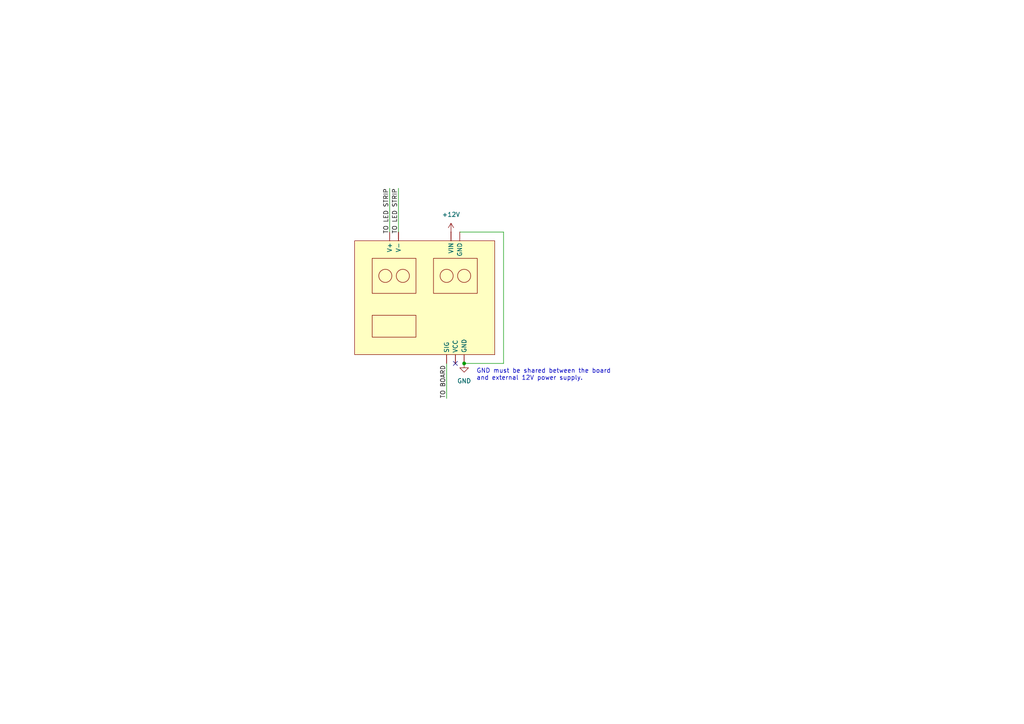
<source format=kicad_sch>
(kicad_sch (version 20231120) (generator "eeschema") (generator_version "8.0")
  (paper "A4")
  (lib_symbols
    (symbol "power:+12V" (power) (pin_numbers hide) (pin_names (offset 0) hide)
      (property "Value" "+12V" (at 0 3.556 0))
      (symbol "+12V_0_1"
        (polyline (pts (xy -0.762 1.27) (xy 0 2.54)))
        (polyline (pts (xy 0 0) (xy 0 2.54)))
        (polyline (pts (xy 0 2.54) (xy 0.762 1.27)))
      )
      (symbol "+12V_1_1"
        (pin power_in line (at 0 0 90) (length 0) (name "~") (number "1"))
      )
    )
    (symbol "power:GND" (power) (pin_numbers hide) (pin_names (offset 0) hide)
      (property "Value" "GND" (at 0 -3.81 0))
      (symbol "GND_0_1"
        (polyline (pts (xy 0 0) (xy 0 -1.27) (xy 1.27 -1.27) (xy 0 -2.54) (xy -1.27 -1.27) (xy 0 -1.27)))
      )
      (symbol "GND_1_1"
        (pin power_in line (at 0 0 270) (length 0) (name "~") (number "1"))
      )
    )
    (symbol "symbols:MOSFETBreakout"
      (property "Reference" "U" (at -20.828 -18.034 0))
      (property "Value" "MOSFET breakout board" (at -20.32 -20.574 0))
      (symbol "MOSFETBreakout_0_0"
        (pin passive line (at 10.16 19.05 270) (length 2.54) (name "GND") (number ""))
        (pin passive line (at 11.43 -19.05 90) (length 2.54) (name "GND") (number ""))
        (pin input line (at 6.35 -19.05 90) (length 2.54) (name "SIG") (number ""))
        (pin power_in line (at -10.16 19.05 270) (length 2.54) (name "V+") (number ""))
        (pin passive line (at -7.62 19.05 270) (length 2.54) (name "V-") (number ""))
        (pin power_in line (at 8.89 -19.05 90) (length 2.54) (name "VCC") (number ""))
        (pin input line (at 7.62 19.05 270) (length 2.54) (name "VIN") (number ""))
      )
      (symbol "MOSFETBreakout_0_1"
        (circle (center -11.43 6.35) (radius 1.905))
        (circle (center -6.35 6.35) (radius 1.905))
        (circle (center 6.35 6.35) (radius 1.905))
        (circle (center 11.43 6.35) (radius 1.905))
      )
      (symbol "MOSFETBreakout_1_1"
        (rectangle (start -20.32 16.51) (end 20.32 -16.51) (stroke (width 0.1524)) (fill (type background)))
        (rectangle (start -15.24 -5.08) (end -2.54 -11.43))
        (rectangle (start -15.24 11.43) (end -2.54 1.27) (stroke (width 0.1524)) (fill (type background)))
        (rectangle (start 2.54 11.43) (end 15.24 1.27) (stroke (width 0.1524)) (fill (type background)))
      )
    )
  )
  (junction (at 134.62 105.41))
  (no_connect (at 132.08 105.41))
  (wire (pts (xy 146.05 67.31) (xy 146.05 105.41)))
  (wire (pts (xy 129.54 105.41) (xy 129.54 115.57)))
  (wire (pts (xy 115.57 54.61) (xy 115.57 67.31)))
  (wire (pts (xy 134.62 105.41) (xy 146.05 105.41)))
  (wire (pts (xy 133.35 67.31) (xy 146.05 67.31)))
  (wire (pts (xy 113.03 54.61) (xy 113.03 67.31)))
  (text "GND must be shared between the board\nand external 12V power supply." (at 138.176 108.712 0) (effects (font (size 1.27 1.27)) (justify left)))
  (label "TO LED STRIP" (at 115.57 54.61 270))
  (label "TO BOARD" (at 129.54 115.57 90))
  (label "TO LED STRIP" (at 113.03 54.61 270))
  (symbol (lib_id "power:+12V") (at 130.81 67.31 0) (unit 1)
    (property "Reference" "#PWR04" (effects (hide yes)))
    (property "Value" "+12V" (at 130.81 62.23 0))
    (property "Description" "Power symbol creates a global label with name \"+12V\"" (effects (hide yes)))
  )
  (symbol (lib_id "symbols:MOSFETBreakout") (at 123.19 86.36 0) (unit 1)
    (property "Reference" "U1" (effects (hide yes)))
    (property "Value" "MOSFET breakout board" (effects (hide yes)))
  )
  (symbol (lib_id "power:GND") (at 134.62 105.41 0) (unit 1)
    (property "Reference" "#PWR02" (effects (hide yes)))
    (property "Value" "GND" (at 134.62 110.49 0))
    (property "Description" "Power symbol creates a global label with name \"GND\" , ground" (effects (hide yes)))
  )
)
</source>
